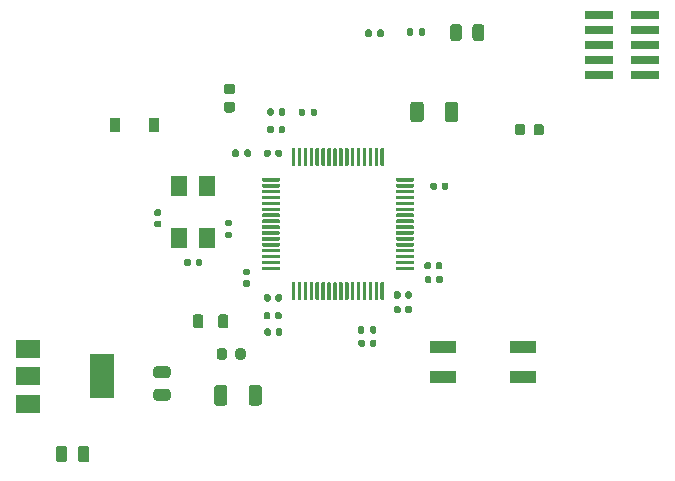
<source format=gbr>
%TF.GenerationSoftware,KiCad,Pcbnew,(5.1.8)-1*%
%TF.CreationDate,2020-11-24T12:22:43+05:30*%
%TF.ProjectId,stm32f405_breakout,73746d33-3266-4343-9035-5f627265616b,rev?*%
%TF.SameCoordinates,Original*%
%TF.FileFunction,Paste,Top*%
%TF.FilePolarity,Positive*%
%FSLAX46Y46*%
G04 Gerber Fmt 4.6, Leading zero omitted, Abs format (unit mm)*
G04 Created by KiCad (PCBNEW (5.1.8)-1) date 2020-11-24 12:22:43*
%MOMM*%
%LPD*%
G01*
G04 APERTURE LIST*
%ADD10R,0.900000X1.200000*%
%ADD11R,2.400000X0.740000*%
%ADD12R,1.400000X1.800000*%
%ADD13R,2.160000X1.120000*%
%ADD14R,2.000000X3.800000*%
%ADD15R,2.000000X1.500000*%
G04 APERTURE END LIST*
%TO.C,D2*%
G36*
G01*
X136641200Y-89353850D02*
X136641200Y-88841350D01*
G75*
G02*
X136859950Y-88622600I218750J0D01*
G01*
X137297450Y-88622600D01*
G75*
G02*
X137516200Y-88841350I0J-218750D01*
G01*
X137516200Y-89353850D01*
G75*
G02*
X137297450Y-89572600I-218750J0D01*
G01*
X136859950Y-89572600D01*
G75*
G02*
X136641200Y-89353850I0J218750D01*
G01*
G37*
G36*
G01*
X138216200Y-89353850D02*
X138216200Y-88841350D01*
G75*
G02*
X138434950Y-88622600I218750J0D01*
G01*
X138872450Y-88622600D01*
G75*
G02*
X139091200Y-88841350I0J-218750D01*
G01*
X139091200Y-89353850D01*
G75*
G02*
X138872450Y-89572600I-218750J0D01*
G01*
X138434950Y-89572600D01*
G75*
G02*
X138216200Y-89353850I0J218750D01*
G01*
G37*
%TD*%
%TO.C,U1*%
G36*
G01*
X117753700Y-92122600D02*
X117753700Y-90722600D01*
G75*
G02*
X117828700Y-90647600I75000J0D01*
G01*
X117978700Y-90647600D01*
G75*
G02*
X118053700Y-90722600I0J-75000D01*
G01*
X118053700Y-92122600D01*
G75*
G02*
X117978700Y-92197600I-75000J0D01*
G01*
X117828700Y-92197600D01*
G75*
G02*
X117753700Y-92122600I0J75000D01*
G01*
G37*
G36*
G01*
X118253700Y-92122600D02*
X118253700Y-90722600D01*
G75*
G02*
X118328700Y-90647600I75000J0D01*
G01*
X118478700Y-90647600D01*
G75*
G02*
X118553700Y-90722600I0J-75000D01*
G01*
X118553700Y-92122600D01*
G75*
G02*
X118478700Y-92197600I-75000J0D01*
G01*
X118328700Y-92197600D01*
G75*
G02*
X118253700Y-92122600I0J75000D01*
G01*
G37*
G36*
G01*
X118753700Y-92122600D02*
X118753700Y-90722600D01*
G75*
G02*
X118828700Y-90647600I75000J0D01*
G01*
X118978700Y-90647600D01*
G75*
G02*
X119053700Y-90722600I0J-75000D01*
G01*
X119053700Y-92122600D01*
G75*
G02*
X118978700Y-92197600I-75000J0D01*
G01*
X118828700Y-92197600D01*
G75*
G02*
X118753700Y-92122600I0J75000D01*
G01*
G37*
G36*
G01*
X119253700Y-92122600D02*
X119253700Y-90722600D01*
G75*
G02*
X119328700Y-90647600I75000J0D01*
G01*
X119478700Y-90647600D01*
G75*
G02*
X119553700Y-90722600I0J-75000D01*
G01*
X119553700Y-92122600D01*
G75*
G02*
X119478700Y-92197600I-75000J0D01*
G01*
X119328700Y-92197600D01*
G75*
G02*
X119253700Y-92122600I0J75000D01*
G01*
G37*
G36*
G01*
X119753700Y-92122600D02*
X119753700Y-90722600D01*
G75*
G02*
X119828700Y-90647600I75000J0D01*
G01*
X119978700Y-90647600D01*
G75*
G02*
X120053700Y-90722600I0J-75000D01*
G01*
X120053700Y-92122600D01*
G75*
G02*
X119978700Y-92197600I-75000J0D01*
G01*
X119828700Y-92197600D01*
G75*
G02*
X119753700Y-92122600I0J75000D01*
G01*
G37*
G36*
G01*
X120253700Y-92122600D02*
X120253700Y-90722600D01*
G75*
G02*
X120328700Y-90647600I75000J0D01*
G01*
X120478700Y-90647600D01*
G75*
G02*
X120553700Y-90722600I0J-75000D01*
G01*
X120553700Y-92122600D01*
G75*
G02*
X120478700Y-92197600I-75000J0D01*
G01*
X120328700Y-92197600D01*
G75*
G02*
X120253700Y-92122600I0J75000D01*
G01*
G37*
G36*
G01*
X120753700Y-92122600D02*
X120753700Y-90722600D01*
G75*
G02*
X120828700Y-90647600I75000J0D01*
G01*
X120978700Y-90647600D01*
G75*
G02*
X121053700Y-90722600I0J-75000D01*
G01*
X121053700Y-92122600D01*
G75*
G02*
X120978700Y-92197600I-75000J0D01*
G01*
X120828700Y-92197600D01*
G75*
G02*
X120753700Y-92122600I0J75000D01*
G01*
G37*
G36*
G01*
X121253700Y-92122600D02*
X121253700Y-90722600D01*
G75*
G02*
X121328700Y-90647600I75000J0D01*
G01*
X121478700Y-90647600D01*
G75*
G02*
X121553700Y-90722600I0J-75000D01*
G01*
X121553700Y-92122600D01*
G75*
G02*
X121478700Y-92197600I-75000J0D01*
G01*
X121328700Y-92197600D01*
G75*
G02*
X121253700Y-92122600I0J75000D01*
G01*
G37*
G36*
G01*
X121753700Y-92122600D02*
X121753700Y-90722600D01*
G75*
G02*
X121828700Y-90647600I75000J0D01*
G01*
X121978700Y-90647600D01*
G75*
G02*
X122053700Y-90722600I0J-75000D01*
G01*
X122053700Y-92122600D01*
G75*
G02*
X121978700Y-92197600I-75000J0D01*
G01*
X121828700Y-92197600D01*
G75*
G02*
X121753700Y-92122600I0J75000D01*
G01*
G37*
G36*
G01*
X122253700Y-92122600D02*
X122253700Y-90722600D01*
G75*
G02*
X122328700Y-90647600I75000J0D01*
G01*
X122478700Y-90647600D01*
G75*
G02*
X122553700Y-90722600I0J-75000D01*
G01*
X122553700Y-92122600D01*
G75*
G02*
X122478700Y-92197600I-75000J0D01*
G01*
X122328700Y-92197600D01*
G75*
G02*
X122253700Y-92122600I0J75000D01*
G01*
G37*
G36*
G01*
X122753700Y-92122600D02*
X122753700Y-90722600D01*
G75*
G02*
X122828700Y-90647600I75000J0D01*
G01*
X122978700Y-90647600D01*
G75*
G02*
X123053700Y-90722600I0J-75000D01*
G01*
X123053700Y-92122600D01*
G75*
G02*
X122978700Y-92197600I-75000J0D01*
G01*
X122828700Y-92197600D01*
G75*
G02*
X122753700Y-92122600I0J75000D01*
G01*
G37*
G36*
G01*
X123253700Y-92122600D02*
X123253700Y-90722600D01*
G75*
G02*
X123328700Y-90647600I75000J0D01*
G01*
X123478700Y-90647600D01*
G75*
G02*
X123553700Y-90722600I0J-75000D01*
G01*
X123553700Y-92122600D01*
G75*
G02*
X123478700Y-92197600I-75000J0D01*
G01*
X123328700Y-92197600D01*
G75*
G02*
X123253700Y-92122600I0J75000D01*
G01*
G37*
G36*
G01*
X123753700Y-92122600D02*
X123753700Y-90722600D01*
G75*
G02*
X123828700Y-90647600I75000J0D01*
G01*
X123978700Y-90647600D01*
G75*
G02*
X124053700Y-90722600I0J-75000D01*
G01*
X124053700Y-92122600D01*
G75*
G02*
X123978700Y-92197600I-75000J0D01*
G01*
X123828700Y-92197600D01*
G75*
G02*
X123753700Y-92122600I0J75000D01*
G01*
G37*
G36*
G01*
X124253700Y-92122600D02*
X124253700Y-90722600D01*
G75*
G02*
X124328700Y-90647600I75000J0D01*
G01*
X124478700Y-90647600D01*
G75*
G02*
X124553700Y-90722600I0J-75000D01*
G01*
X124553700Y-92122600D01*
G75*
G02*
X124478700Y-92197600I-75000J0D01*
G01*
X124328700Y-92197600D01*
G75*
G02*
X124253700Y-92122600I0J75000D01*
G01*
G37*
G36*
G01*
X124753700Y-92122600D02*
X124753700Y-90722600D01*
G75*
G02*
X124828700Y-90647600I75000J0D01*
G01*
X124978700Y-90647600D01*
G75*
G02*
X125053700Y-90722600I0J-75000D01*
G01*
X125053700Y-92122600D01*
G75*
G02*
X124978700Y-92197600I-75000J0D01*
G01*
X124828700Y-92197600D01*
G75*
G02*
X124753700Y-92122600I0J75000D01*
G01*
G37*
G36*
G01*
X125253700Y-92122600D02*
X125253700Y-90722600D01*
G75*
G02*
X125328700Y-90647600I75000J0D01*
G01*
X125478700Y-90647600D01*
G75*
G02*
X125553700Y-90722600I0J-75000D01*
G01*
X125553700Y-92122600D01*
G75*
G02*
X125478700Y-92197600I-75000J0D01*
G01*
X125328700Y-92197600D01*
G75*
G02*
X125253700Y-92122600I0J75000D01*
G01*
G37*
G36*
G01*
X126553700Y-93422600D02*
X126553700Y-93272600D01*
G75*
G02*
X126628700Y-93197600I75000J0D01*
G01*
X128028700Y-93197600D01*
G75*
G02*
X128103700Y-93272600I0J-75000D01*
G01*
X128103700Y-93422600D01*
G75*
G02*
X128028700Y-93497600I-75000J0D01*
G01*
X126628700Y-93497600D01*
G75*
G02*
X126553700Y-93422600I0J75000D01*
G01*
G37*
G36*
G01*
X126553700Y-93922600D02*
X126553700Y-93772600D01*
G75*
G02*
X126628700Y-93697600I75000J0D01*
G01*
X128028700Y-93697600D01*
G75*
G02*
X128103700Y-93772600I0J-75000D01*
G01*
X128103700Y-93922600D01*
G75*
G02*
X128028700Y-93997600I-75000J0D01*
G01*
X126628700Y-93997600D01*
G75*
G02*
X126553700Y-93922600I0J75000D01*
G01*
G37*
G36*
G01*
X126553700Y-94422600D02*
X126553700Y-94272600D01*
G75*
G02*
X126628700Y-94197600I75000J0D01*
G01*
X128028700Y-94197600D01*
G75*
G02*
X128103700Y-94272600I0J-75000D01*
G01*
X128103700Y-94422600D01*
G75*
G02*
X128028700Y-94497600I-75000J0D01*
G01*
X126628700Y-94497600D01*
G75*
G02*
X126553700Y-94422600I0J75000D01*
G01*
G37*
G36*
G01*
X126553700Y-94922600D02*
X126553700Y-94772600D01*
G75*
G02*
X126628700Y-94697600I75000J0D01*
G01*
X128028700Y-94697600D01*
G75*
G02*
X128103700Y-94772600I0J-75000D01*
G01*
X128103700Y-94922600D01*
G75*
G02*
X128028700Y-94997600I-75000J0D01*
G01*
X126628700Y-94997600D01*
G75*
G02*
X126553700Y-94922600I0J75000D01*
G01*
G37*
G36*
G01*
X126553700Y-95422600D02*
X126553700Y-95272600D01*
G75*
G02*
X126628700Y-95197600I75000J0D01*
G01*
X128028700Y-95197600D01*
G75*
G02*
X128103700Y-95272600I0J-75000D01*
G01*
X128103700Y-95422600D01*
G75*
G02*
X128028700Y-95497600I-75000J0D01*
G01*
X126628700Y-95497600D01*
G75*
G02*
X126553700Y-95422600I0J75000D01*
G01*
G37*
G36*
G01*
X126553700Y-95922600D02*
X126553700Y-95772600D01*
G75*
G02*
X126628700Y-95697600I75000J0D01*
G01*
X128028700Y-95697600D01*
G75*
G02*
X128103700Y-95772600I0J-75000D01*
G01*
X128103700Y-95922600D01*
G75*
G02*
X128028700Y-95997600I-75000J0D01*
G01*
X126628700Y-95997600D01*
G75*
G02*
X126553700Y-95922600I0J75000D01*
G01*
G37*
G36*
G01*
X126553700Y-96422600D02*
X126553700Y-96272600D01*
G75*
G02*
X126628700Y-96197600I75000J0D01*
G01*
X128028700Y-96197600D01*
G75*
G02*
X128103700Y-96272600I0J-75000D01*
G01*
X128103700Y-96422600D01*
G75*
G02*
X128028700Y-96497600I-75000J0D01*
G01*
X126628700Y-96497600D01*
G75*
G02*
X126553700Y-96422600I0J75000D01*
G01*
G37*
G36*
G01*
X126553700Y-96922600D02*
X126553700Y-96772600D01*
G75*
G02*
X126628700Y-96697600I75000J0D01*
G01*
X128028700Y-96697600D01*
G75*
G02*
X128103700Y-96772600I0J-75000D01*
G01*
X128103700Y-96922600D01*
G75*
G02*
X128028700Y-96997600I-75000J0D01*
G01*
X126628700Y-96997600D01*
G75*
G02*
X126553700Y-96922600I0J75000D01*
G01*
G37*
G36*
G01*
X126553700Y-97422600D02*
X126553700Y-97272600D01*
G75*
G02*
X126628700Y-97197600I75000J0D01*
G01*
X128028700Y-97197600D01*
G75*
G02*
X128103700Y-97272600I0J-75000D01*
G01*
X128103700Y-97422600D01*
G75*
G02*
X128028700Y-97497600I-75000J0D01*
G01*
X126628700Y-97497600D01*
G75*
G02*
X126553700Y-97422600I0J75000D01*
G01*
G37*
G36*
G01*
X126553700Y-97922600D02*
X126553700Y-97772600D01*
G75*
G02*
X126628700Y-97697600I75000J0D01*
G01*
X128028700Y-97697600D01*
G75*
G02*
X128103700Y-97772600I0J-75000D01*
G01*
X128103700Y-97922600D01*
G75*
G02*
X128028700Y-97997600I-75000J0D01*
G01*
X126628700Y-97997600D01*
G75*
G02*
X126553700Y-97922600I0J75000D01*
G01*
G37*
G36*
G01*
X126553700Y-98422600D02*
X126553700Y-98272600D01*
G75*
G02*
X126628700Y-98197600I75000J0D01*
G01*
X128028700Y-98197600D01*
G75*
G02*
X128103700Y-98272600I0J-75000D01*
G01*
X128103700Y-98422600D01*
G75*
G02*
X128028700Y-98497600I-75000J0D01*
G01*
X126628700Y-98497600D01*
G75*
G02*
X126553700Y-98422600I0J75000D01*
G01*
G37*
G36*
G01*
X126553700Y-98922600D02*
X126553700Y-98772600D01*
G75*
G02*
X126628700Y-98697600I75000J0D01*
G01*
X128028700Y-98697600D01*
G75*
G02*
X128103700Y-98772600I0J-75000D01*
G01*
X128103700Y-98922600D01*
G75*
G02*
X128028700Y-98997600I-75000J0D01*
G01*
X126628700Y-98997600D01*
G75*
G02*
X126553700Y-98922600I0J75000D01*
G01*
G37*
G36*
G01*
X126553700Y-99422600D02*
X126553700Y-99272600D01*
G75*
G02*
X126628700Y-99197600I75000J0D01*
G01*
X128028700Y-99197600D01*
G75*
G02*
X128103700Y-99272600I0J-75000D01*
G01*
X128103700Y-99422600D01*
G75*
G02*
X128028700Y-99497600I-75000J0D01*
G01*
X126628700Y-99497600D01*
G75*
G02*
X126553700Y-99422600I0J75000D01*
G01*
G37*
G36*
G01*
X126553700Y-99922600D02*
X126553700Y-99772600D01*
G75*
G02*
X126628700Y-99697600I75000J0D01*
G01*
X128028700Y-99697600D01*
G75*
G02*
X128103700Y-99772600I0J-75000D01*
G01*
X128103700Y-99922600D01*
G75*
G02*
X128028700Y-99997600I-75000J0D01*
G01*
X126628700Y-99997600D01*
G75*
G02*
X126553700Y-99922600I0J75000D01*
G01*
G37*
G36*
G01*
X126553700Y-100422600D02*
X126553700Y-100272600D01*
G75*
G02*
X126628700Y-100197600I75000J0D01*
G01*
X128028700Y-100197600D01*
G75*
G02*
X128103700Y-100272600I0J-75000D01*
G01*
X128103700Y-100422600D01*
G75*
G02*
X128028700Y-100497600I-75000J0D01*
G01*
X126628700Y-100497600D01*
G75*
G02*
X126553700Y-100422600I0J75000D01*
G01*
G37*
G36*
G01*
X126553700Y-100922600D02*
X126553700Y-100772600D01*
G75*
G02*
X126628700Y-100697600I75000J0D01*
G01*
X128028700Y-100697600D01*
G75*
G02*
X128103700Y-100772600I0J-75000D01*
G01*
X128103700Y-100922600D01*
G75*
G02*
X128028700Y-100997600I-75000J0D01*
G01*
X126628700Y-100997600D01*
G75*
G02*
X126553700Y-100922600I0J75000D01*
G01*
G37*
G36*
G01*
X125253700Y-103472600D02*
X125253700Y-102072600D01*
G75*
G02*
X125328700Y-101997600I75000J0D01*
G01*
X125478700Y-101997600D01*
G75*
G02*
X125553700Y-102072600I0J-75000D01*
G01*
X125553700Y-103472600D01*
G75*
G02*
X125478700Y-103547600I-75000J0D01*
G01*
X125328700Y-103547600D01*
G75*
G02*
X125253700Y-103472600I0J75000D01*
G01*
G37*
G36*
G01*
X124753700Y-103472600D02*
X124753700Y-102072600D01*
G75*
G02*
X124828700Y-101997600I75000J0D01*
G01*
X124978700Y-101997600D01*
G75*
G02*
X125053700Y-102072600I0J-75000D01*
G01*
X125053700Y-103472600D01*
G75*
G02*
X124978700Y-103547600I-75000J0D01*
G01*
X124828700Y-103547600D01*
G75*
G02*
X124753700Y-103472600I0J75000D01*
G01*
G37*
G36*
G01*
X124253700Y-103472600D02*
X124253700Y-102072600D01*
G75*
G02*
X124328700Y-101997600I75000J0D01*
G01*
X124478700Y-101997600D01*
G75*
G02*
X124553700Y-102072600I0J-75000D01*
G01*
X124553700Y-103472600D01*
G75*
G02*
X124478700Y-103547600I-75000J0D01*
G01*
X124328700Y-103547600D01*
G75*
G02*
X124253700Y-103472600I0J75000D01*
G01*
G37*
G36*
G01*
X123753700Y-103472600D02*
X123753700Y-102072600D01*
G75*
G02*
X123828700Y-101997600I75000J0D01*
G01*
X123978700Y-101997600D01*
G75*
G02*
X124053700Y-102072600I0J-75000D01*
G01*
X124053700Y-103472600D01*
G75*
G02*
X123978700Y-103547600I-75000J0D01*
G01*
X123828700Y-103547600D01*
G75*
G02*
X123753700Y-103472600I0J75000D01*
G01*
G37*
G36*
G01*
X123253700Y-103472600D02*
X123253700Y-102072600D01*
G75*
G02*
X123328700Y-101997600I75000J0D01*
G01*
X123478700Y-101997600D01*
G75*
G02*
X123553700Y-102072600I0J-75000D01*
G01*
X123553700Y-103472600D01*
G75*
G02*
X123478700Y-103547600I-75000J0D01*
G01*
X123328700Y-103547600D01*
G75*
G02*
X123253700Y-103472600I0J75000D01*
G01*
G37*
G36*
G01*
X122753700Y-103472600D02*
X122753700Y-102072600D01*
G75*
G02*
X122828700Y-101997600I75000J0D01*
G01*
X122978700Y-101997600D01*
G75*
G02*
X123053700Y-102072600I0J-75000D01*
G01*
X123053700Y-103472600D01*
G75*
G02*
X122978700Y-103547600I-75000J0D01*
G01*
X122828700Y-103547600D01*
G75*
G02*
X122753700Y-103472600I0J75000D01*
G01*
G37*
G36*
G01*
X122253700Y-103472600D02*
X122253700Y-102072600D01*
G75*
G02*
X122328700Y-101997600I75000J0D01*
G01*
X122478700Y-101997600D01*
G75*
G02*
X122553700Y-102072600I0J-75000D01*
G01*
X122553700Y-103472600D01*
G75*
G02*
X122478700Y-103547600I-75000J0D01*
G01*
X122328700Y-103547600D01*
G75*
G02*
X122253700Y-103472600I0J75000D01*
G01*
G37*
G36*
G01*
X121753700Y-103472600D02*
X121753700Y-102072600D01*
G75*
G02*
X121828700Y-101997600I75000J0D01*
G01*
X121978700Y-101997600D01*
G75*
G02*
X122053700Y-102072600I0J-75000D01*
G01*
X122053700Y-103472600D01*
G75*
G02*
X121978700Y-103547600I-75000J0D01*
G01*
X121828700Y-103547600D01*
G75*
G02*
X121753700Y-103472600I0J75000D01*
G01*
G37*
G36*
G01*
X121253700Y-103472600D02*
X121253700Y-102072600D01*
G75*
G02*
X121328700Y-101997600I75000J0D01*
G01*
X121478700Y-101997600D01*
G75*
G02*
X121553700Y-102072600I0J-75000D01*
G01*
X121553700Y-103472600D01*
G75*
G02*
X121478700Y-103547600I-75000J0D01*
G01*
X121328700Y-103547600D01*
G75*
G02*
X121253700Y-103472600I0J75000D01*
G01*
G37*
G36*
G01*
X120753700Y-103472600D02*
X120753700Y-102072600D01*
G75*
G02*
X120828700Y-101997600I75000J0D01*
G01*
X120978700Y-101997600D01*
G75*
G02*
X121053700Y-102072600I0J-75000D01*
G01*
X121053700Y-103472600D01*
G75*
G02*
X120978700Y-103547600I-75000J0D01*
G01*
X120828700Y-103547600D01*
G75*
G02*
X120753700Y-103472600I0J75000D01*
G01*
G37*
G36*
G01*
X120253700Y-103472600D02*
X120253700Y-102072600D01*
G75*
G02*
X120328700Y-101997600I75000J0D01*
G01*
X120478700Y-101997600D01*
G75*
G02*
X120553700Y-102072600I0J-75000D01*
G01*
X120553700Y-103472600D01*
G75*
G02*
X120478700Y-103547600I-75000J0D01*
G01*
X120328700Y-103547600D01*
G75*
G02*
X120253700Y-103472600I0J75000D01*
G01*
G37*
G36*
G01*
X119753700Y-103472600D02*
X119753700Y-102072600D01*
G75*
G02*
X119828700Y-101997600I75000J0D01*
G01*
X119978700Y-101997600D01*
G75*
G02*
X120053700Y-102072600I0J-75000D01*
G01*
X120053700Y-103472600D01*
G75*
G02*
X119978700Y-103547600I-75000J0D01*
G01*
X119828700Y-103547600D01*
G75*
G02*
X119753700Y-103472600I0J75000D01*
G01*
G37*
G36*
G01*
X119253700Y-103472600D02*
X119253700Y-102072600D01*
G75*
G02*
X119328700Y-101997600I75000J0D01*
G01*
X119478700Y-101997600D01*
G75*
G02*
X119553700Y-102072600I0J-75000D01*
G01*
X119553700Y-103472600D01*
G75*
G02*
X119478700Y-103547600I-75000J0D01*
G01*
X119328700Y-103547600D01*
G75*
G02*
X119253700Y-103472600I0J75000D01*
G01*
G37*
G36*
G01*
X118753700Y-103472600D02*
X118753700Y-102072600D01*
G75*
G02*
X118828700Y-101997600I75000J0D01*
G01*
X118978700Y-101997600D01*
G75*
G02*
X119053700Y-102072600I0J-75000D01*
G01*
X119053700Y-103472600D01*
G75*
G02*
X118978700Y-103547600I-75000J0D01*
G01*
X118828700Y-103547600D01*
G75*
G02*
X118753700Y-103472600I0J75000D01*
G01*
G37*
G36*
G01*
X118253700Y-103472600D02*
X118253700Y-102072600D01*
G75*
G02*
X118328700Y-101997600I75000J0D01*
G01*
X118478700Y-101997600D01*
G75*
G02*
X118553700Y-102072600I0J-75000D01*
G01*
X118553700Y-103472600D01*
G75*
G02*
X118478700Y-103547600I-75000J0D01*
G01*
X118328700Y-103547600D01*
G75*
G02*
X118253700Y-103472600I0J75000D01*
G01*
G37*
G36*
G01*
X117753700Y-103472600D02*
X117753700Y-102072600D01*
G75*
G02*
X117828700Y-101997600I75000J0D01*
G01*
X117978700Y-101997600D01*
G75*
G02*
X118053700Y-102072600I0J-75000D01*
G01*
X118053700Y-103472600D01*
G75*
G02*
X117978700Y-103547600I-75000J0D01*
G01*
X117828700Y-103547600D01*
G75*
G02*
X117753700Y-103472600I0J75000D01*
G01*
G37*
G36*
G01*
X115203700Y-100922600D02*
X115203700Y-100772600D01*
G75*
G02*
X115278700Y-100697600I75000J0D01*
G01*
X116678700Y-100697600D01*
G75*
G02*
X116753700Y-100772600I0J-75000D01*
G01*
X116753700Y-100922600D01*
G75*
G02*
X116678700Y-100997600I-75000J0D01*
G01*
X115278700Y-100997600D01*
G75*
G02*
X115203700Y-100922600I0J75000D01*
G01*
G37*
G36*
G01*
X115203700Y-100422600D02*
X115203700Y-100272600D01*
G75*
G02*
X115278700Y-100197600I75000J0D01*
G01*
X116678700Y-100197600D01*
G75*
G02*
X116753700Y-100272600I0J-75000D01*
G01*
X116753700Y-100422600D01*
G75*
G02*
X116678700Y-100497600I-75000J0D01*
G01*
X115278700Y-100497600D01*
G75*
G02*
X115203700Y-100422600I0J75000D01*
G01*
G37*
G36*
G01*
X115203700Y-99922600D02*
X115203700Y-99772600D01*
G75*
G02*
X115278700Y-99697600I75000J0D01*
G01*
X116678700Y-99697600D01*
G75*
G02*
X116753700Y-99772600I0J-75000D01*
G01*
X116753700Y-99922600D01*
G75*
G02*
X116678700Y-99997600I-75000J0D01*
G01*
X115278700Y-99997600D01*
G75*
G02*
X115203700Y-99922600I0J75000D01*
G01*
G37*
G36*
G01*
X115203700Y-99422600D02*
X115203700Y-99272600D01*
G75*
G02*
X115278700Y-99197600I75000J0D01*
G01*
X116678700Y-99197600D01*
G75*
G02*
X116753700Y-99272600I0J-75000D01*
G01*
X116753700Y-99422600D01*
G75*
G02*
X116678700Y-99497600I-75000J0D01*
G01*
X115278700Y-99497600D01*
G75*
G02*
X115203700Y-99422600I0J75000D01*
G01*
G37*
G36*
G01*
X115203700Y-98922600D02*
X115203700Y-98772600D01*
G75*
G02*
X115278700Y-98697600I75000J0D01*
G01*
X116678700Y-98697600D01*
G75*
G02*
X116753700Y-98772600I0J-75000D01*
G01*
X116753700Y-98922600D01*
G75*
G02*
X116678700Y-98997600I-75000J0D01*
G01*
X115278700Y-98997600D01*
G75*
G02*
X115203700Y-98922600I0J75000D01*
G01*
G37*
G36*
G01*
X115203700Y-98422600D02*
X115203700Y-98272600D01*
G75*
G02*
X115278700Y-98197600I75000J0D01*
G01*
X116678700Y-98197600D01*
G75*
G02*
X116753700Y-98272600I0J-75000D01*
G01*
X116753700Y-98422600D01*
G75*
G02*
X116678700Y-98497600I-75000J0D01*
G01*
X115278700Y-98497600D01*
G75*
G02*
X115203700Y-98422600I0J75000D01*
G01*
G37*
G36*
G01*
X115203700Y-97922600D02*
X115203700Y-97772600D01*
G75*
G02*
X115278700Y-97697600I75000J0D01*
G01*
X116678700Y-97697600D01*
G75*
G02*
X116753700Y-97772600I0J-75000D01*
G01*
X116753700Y-97922600D01*
G75*
G02*
X116678700Y-97997600I-75000J0D01*
G01*
X115278700Y-97997600D01*
G75*
G02*
X115203700Y-97922600I0J75000D01*
G01*
G37*
G36*
G01*
X115203700Y-97422600D02*
X115203700Y-97272600D01*
G75*
G02*
X115278700Y-97197600I75000J0D01*
G01*
X116678700Y-97197600D01*
G75*
G02*
X116753700Y-97272600I0J-75000D01*
G01*
X116753700Y-97422600D01*
G75*
G02*
X116678700Y-97497600I-75000J0D01*
G01*
X115278700Y-97497600D01*
G75*
G02*
X115203700Y-97422600I0J75000D01*
G01*
G37*
G36*
G01*
X115203700Y-96922600D02*
X115203700Y-96772600D01*
G75*
G02*
X115278700Y-96697600I75000J0D01*
G01*
X116678700Y-96697600D01*
G75*
G02*
X116753700Y-96772600I0J-75000D01*
G01*
X116753700Y-96922600D01*
G75*
G02*
X116678700Y-96997600I-75000J0D01*
G01*
X115278700Y-96997600D01*
G75*
G02*
X115203700Y-96922600I0J75000D01*
G01*
G37*
G36*
G01*
X115203700Y-96422600D02*
X115203700Y-96272600D01*
G75*
G02*
X115278700Y-96197600I75000J0D01*
G01*
X116678700Y-96197600D01*
G75*
G02*
X116753700Y-96272600I0J-75000D01*
G01*
X116753700Y-96422600D01*
G75*
G02*
X116678700Y-96497600I-75000J0D01*
G01*
X115278700Y-96497600D01*
G75*
G02*
X115203700Y-96422600I0J75000D01*
G01*
G37*
G36*
G01*
X115203700Y-95922600D02*
X115203700Y-95772600D01*
G75*
G02*
X115278700Y-95697600I75000J0D01*
G01*
X116678700Y-95697600D01*
G75*
G02*
X116753700Y-95772600I0J-75000D01*
G01*
X116753700Y-95922600D01*
G75*
G02*
X116678700Y-95997600I-75000J0D01*
G01*
X115278700Y-95997600D01*
G75*
G02*
X115203700Y-95922600I0J75000D01*
G01*
G37*
G36*
G01*
X115203700Y-95422600D02*
X115203700Y-95272600D01*
G75*
G02*
X115278700Y-95197600I75000J0D01*
G01*
X116678700Y-95197600D01*
G75*
G02*
X116753700Y-95272600I0J-75000D01*
G01*
X116753700Y-95422600D01*
G75*
G02*
X116678700Y-95497600I-75000J0D01*
G01*
X115278700Y-95497600D01*
G75*
G02*
X115203700Y-95422600I0J75000D01*
G01*
G37*
G36*
G01*
X115203700Y-94922600D02*
X115203700Y-94772600D01*
G75*
G02*
X115278700Y-94697600I75000J0D01*
G01*
X116678700Y-94697600D01*
G75*
G02*
X116753700Y-94772600I0J-75000D01*
G01*
X116753700Y-94922600D01*
G75*
G02*
X116678700Y-94997600I-75000J0D01*
G01*
X115278700Y-94997600D01*
G75*
G02*
X115203700Y-94922600I0J75000D01*
G01*
G37*
G36*
G01*
X115203700Y-94422600D02*
X115203700Y-94272600D01*
G75*
G02*
X115278700Y-94197600I75000J0D01*
G01*
X116678700Y-94197600D01*
G75*
G02*
X116753700Y-94272600I0J-75000D01*
G01*
X116753700Y-94422600D01*
G75*
G02*
X116678700Y-94497600I-75000J0D01*
G01*
X115278700Y-94497600D01*
G75*
G02*
X115203700Y-94422600I0J75000D01*
G01*
G37*
G36*
G01*
X115203700Y-93922600D02*
X115203700Y-93772600D01*
G75*
G02*
X115278700Y-93697600I75000J0D01*
G01*
X116678700Y-93697600D01*
G75*
G02*
X116753700Y-93772600I0J-75000D01*
G01*
X116753700Y-93922600D01*
G75*
G02*
X116678700Y-93997600I-75000J0D01*
G01*
X115278700Y-93997600D01*
G75*
G02*
X115203700Y-93922600I0J75000D01*
G01*
G37*
G36*
G01*
X115203700Y-93422600D02*
X115203700Y-93272600D01*
G75*
G02*
X115278700Y-93197600I75000J0D01*
G01*
X116678700Y-93197600D01*
G75*
G02*
X116753700Y-93272600I0J-75000D01*
G01*
X116753700Y-93422600D01*
G75*
G02*
X116678700Y-93497600I-75000J0D01*
G01*
X115278700Y-93497600D01*
G75*
G02*
X115203700Y-93422600I0J75000D01*
G01*
G37*
%TD*%
%TO.C,C14*%
G36*
G01*
X109203700Y-100177600D02*
X109203700Y-100517600D01*
G75*
G02*
X109063700Y-100657600I-140000J0D01*
G01*
X108783700Y-100657600D01*
G75*
G02*
X108643700Y-100517600I0J140000D01*
G01*
X108643700Y-100177600D01*
G75*
G02*
X108783700Y-100037600I140000J0D01*
G01*
X109063700Y-100037600D01*
G75*
G02*
X109203700Y-100177600I0J-140000D01*
G01*
G37*
G36*
G01*
X110163700Y-100177600D02*
X110163700Y-100517600D01*
G75*
G02*
X110023700Y-100657600I-140000J0D01*
G01*
X109743700Y-100657600D01*
G75*
G02*
X109603700Y-100517600I0J140000D01*
G01*
X109603700Y-100177600D01*
G75*
G02*
X109743700Y-100037600I140000J0D01*
G01*
X110023700Y-100037600D01*
G75*
G02*
X110163700Y-100177600I0J-140000D01*
G01*
G37*
%TD*%
%TO.C,C1*%
G36*
G01*
X112221200Y-85198500D02*
X112721200Y-85198500D01*
G75*
G02*
X112946200Y-85423500I0J-225000D01*
G01*
X112946200Y-85873500D01*
G75*
G02*
X112721200Y-86098500I-225000J0D01*
G01*
X112221200Y-86098500D01*
G75*
G02*
X111996200Y-85873500I0J225000D01*
G01*
X111996200Y-85423500D01*
G75*
G02*
X112221200Y-85198500I225000J0D01*
G01*
G37*
G36*
G01*
X112221200Y-86748500D02*
X112721200Y-86748500D01*
G75*
G02*
X112946200Y-86973500I0J-225000D01*
G01*
X112946200Y-87423500D01*
G75*
G02*
X112721200Y-87648500I-225000J0D01*
G01*
X112221200Y-87648500D01*
G75*
G02*
X111996200Y-87423500I0J225000D01*
G01*
X111996200Y-86973500D01*
G75*
G02*
X112221200Y-86748500I225000J0D01*
G01*
G37*
%TD*%
%TO.C,C2*%
G36*
G01*
X116913700Y-90927600D02*
X116913700Y-91267600D01*
G75*
G02*
X116773700Y-91407600I-140000J0D01*
G01*
X116493700Y-91407600D01*
G75*
G02*
X116353700Y-91267600I0J140000D01*
G01*
X116353700Y-90927600D01*
G75*
G02*
X116493700Y-90787600I140000J0D01*
G01*
X116773700Y-90787600D01*
G75*
G02*
X116913700Y-90927600I0J-140000D01*
G01*
G37*
G36*
G01*
X115953700Y-90927600D02*
X115953700Y-91267600D01*
G75*
G02*
X115813700Y-91407600I-140000J0D01*
G01*
X115533700Y-91407600D01*
G75*
G02*
X115393700Y-91267600I0J140000D01*
G01*
X115393700Y-90927600D01*
G75*
G02*
X115533700Y-90787600I140000J0D01*
G01*
X115813700Y-90787600D01*
G75*
G02*
X115953700Y-90927600I0J-140000D01*
G01*
G37*
%TD*%
%TO.C,C3*%
G36*
G01*
X124910180Y-107015460D02*
X124910180Y-107355460D01*
G75*
G02*
X124770180Y-107495460I-140000J0D01*
G01*
X124490180Y-107495460D01*
G75*
G02*
X124350180Y-107355460I0J140000D01*
G01*
X124350180Y-107015460D01*
G75*
G02*
X124490180Y-106875460I140000J0D01*
G01*
X124770180Y-106875460D01*
G75*
G02*
X124910180Y-107015460I0J-140000D01*
G01*
G37*
G36*
G01*
X123950180Y-107015460D02*
X123950180Y-107355460D01*
G75*
G02*
X123810180Y-107495460I-140000J0D01*
G01*
X123530180Y-107495460D01*
G75*
G02*
X123390180Y-107355460I0J140000D01*
G01*
X123390180Y-107015460D01*
G75*
G02*
X123530180Y-106875460I140000J0D01*
G01*
X123810180Y-106875460D01*
G75*
G02*
X123950180Y-107015460I0J-140000D01*
G01*
G37*
%TD*%
%TO.C,C4*%
G36*
G01*
X115936420Y-104688820D02*
X115936420Y-105028820D01*
G75*
G02*
X115796420Y-105168820I-140000J0D01*
G01*
X115516420Y-105168820D01*
G75*
G02*
X115376420Y-105028820I0J140000D01*
G01*
X115376420Y-104688820D01*
G75*
G02*
X115516420Y-104548820I140000J0D01*
G01*
X115796420Y-104548820D01*
G75*
G02*
X115936420Y-104688820I0J-140000D01*
G01*
G37*
G36*
G01*
X116896420Y-104688820D02*
X116896420Y-105028820D01*
G75*
G02*
X116756420Y-105168820I-140000J0D01*
G01*
X116476420Y-105168820D01*
G75*
G02*
X116336420Y-105028820I0J140000D01*
G01*
X116336420Y-104688820D01*
G75*
G02*
X116476420Y-104548820I140000J0D01*
G01*
X116756420Y-104548820D01*
G75*
G02*
X116896420Y-104688820I0J-140000D01*
G01*
G37*
%TD*%
%TO.C,C5*%
G36*
G01*
X130441100Y-94061100D02*
X130441100Y-93721100D01*
G75*
G02*
X130581100Y-93581100I140000J0D01*
G01*
X130861100Y-93581100D01*
G75*
G02*
X131001100Y-93721100I0J-140000D01*
G01*
X131001100Y-94061100D01*
G75*
G02*
X130861100Y-94201100I-140000J0D01*
G01*
X130581100Y-94201100D01*
G75*
G02*
X130441100Y-94061100I0J140000D01*
G01*
G37*
G36*
G01*
X129481100Y-94061100D02*
X129481100Y-93721100D01*
G75*
G02*
X129621100Y-93581100I140000J0D01*
G01*
X129901100Y-93581100D01*
G75*
G02*
X130041100Y-93721100I0J-140000D01*
G01*
X130041100Y-94061100D01*
G75*
G02*
X129901100Y-94201100I-140000J0D01*
G01*
X129621100Y-94201100D01*
G75*
G02*
X129481100Y-94061100I0J140000D01*
G01*
G37*
%TD*%
%TO.C,C6*%
G36*
G01*
X116944740Y-106070580D02*
X116944740Y-106410580D01*
G75*
G02*
X116804740Y-106550580I-140000J0D01*
G01*
X116524740Y-106550580D01*
G75*
G02*
X116384740Y-106410580I0J140000D01*
G01*
X116384740Y-106070580D01*
G75*
G02*
X116524740Y-105930580I140000J0D01*
G01*
X116804740Y-105930580D01*
G75*
G02*
X116944740Y-106070580I0J-140000D01*
G01*
G37*
G36*
G01*
X115984740Y-106070580D02*
X115984740Y-106410580D01*
G75*
G02*
X115844740Y-106550580I-140000J0D01*
G01*
X115564740Y-106550580D01*
G75*
G02*
X115424740Y-106410580I0J140000D01*
G01*
X115424740Y-106070580D01*
G75*
G02*
X115564740Y-105930580I140000J0D01*
G01*
X115844740Y-105930580D01*
G75*
G02*
X115984740Y-106070580I0J-140000D01*
G01*
G37*
%TD*%
%TO.C,C7*%
G36*
G01*
X126393700Y-103267600D02*
X126393700Y-102927600D01*
G75*
G02*
X126533700Y-102787600I140000J0D01*
G01*
X126813700Y-102787600D01*
G75*
G02*
X126953700Y-102927600I0J-140000D01*
G01*
X126953700Y-103267600D01*
G75*
G02*
X126813700Y-103407600I-140000J0D01*
G01*
X126533700Y-103407600D01*
G75*
G02*
X126393700Y-103267600I0J140000D01*
G01*
G37*
G36*
G01*
X127353700Y-103267600D02*
X127353700Y-102927600D01*
G75*
G02*
X127493700Y-102787600I140000J0D01*
G01*
X127773700Y-102787600D01*
G75*
G02*
X127913700Y-102927600I0J-140000D01*
G01*
X127913700Y-103267600D01*
G75*
G02*
X127773700Y-103407600I-140000J0D01*
G01*
X127493700Y-103407600D01*
G75*
G02*
X127353700Y-103267600I0J140000D01*
G01*
G37*
%TD*%
%TO.C,C8*%
G36*
G01*
X127353700Y-104517600D02*
X127353700Y-104177600D01*
G75*
G02*
X127493700Y-104037600I140000J0D01*
G01*
X127773700Y-104037600D01*
G75*
G02*
X127913700Y-104177600I0J-140000D01*
G01*
X127913700Y-104517600D01*
G75*
G02*
X127773700Y-104657600I-140000J0D01*
G01*
X127493700Y-104657600D01*
G75*
G02*
X127353700Y-104517600I0J140000D01*
G01*
G37*
G36*
G01*
X126393700Y-104517600D02*
X126393700Y-104177600D01*
G75*
G02*
X126533700Y-104037600I140000J0D01*
G01*
X126813700Y-104037600D01*
G75*
G02*
X126953700Y-104177600I0J-140000D01*
G01*
X126953700Y-104517600D01*
G75*
G02*
X126813700Y-104657600I-140000J0D01*
G01*
X126533700Y-104657600D01*
G75*
G02*
X126393700Y-104517600I0J140000D01*
G01*
G37*
%TD*%
%TO.C,C9*%
G36*
G01*
X129930500Y-100792100D02*
X129930500Y-100452100D01*
G75*
G02*
X130070500Y-100312100I140000J0D01*
G01*
X130350500Y-100312100D01*
G75*
G02*
X130490500Y-100452100I0J-140000D01*
G01*
X130490500Y-100792100D01*
G75*
G02*
X130350500Y-100932100I-140000J0D01*
G01*
X130070500Y-100932100D01*
G75*
G02*
X129930500Y-100792100I0J140000D01*
G01*
G37*
G36*
G01*
X128970500Y-100792100D02*
X128970500Y-100452100D01*
G75*
G02*
X129110500Y-100312100I140000J0D01*
G01*
X129390500Y-100312100D01*
G75*
G02*
X129530500Y-100452100I0J-140000D01*
G01*
X129530500Y-100792100D01*
G75*
G02*
X129390500Y-100932100I-140000J0D01*
G01*
X129110500Y-100932100D01*
G75*
G02*
X128970500Y-100792100I0J140000D01*
G01*
G37*
%TD*%
%TO.C,C10*%
G36*
G01*
X129008600Y-101973200D02*
X129008600Y-101633200D01*
G75*
G02*
X129148600Y-101493200I140000J0D01*
G01*
X129428600Y-101493200D01*
G75*
G02*
X129568600Y-101633200I0J-140000D01*
G01*
X129568600Y-101973200D01*
G75*
G02*
X129428600Y-102113200I-140000J0D01*
G01*
X129148600Y-102113200D01*
G75*
G02*
X129008600Y-101973200I0J140000D01*
G01*
G37*
G36*
G01*
X129968600Y-101973200D02*
X129968600Y-101633200D01*
G75*
G02*
X130108600Y-101493200I140000J0D01*
G01*
X130388600Y-101493200D01*
G75*
G02*
X130528600Y-101633200I0J-140000D01*
G01*
X130528600Y-101973200D01*
G75*
G02*
X130388600Y-102113200I-140000J0D01*
G01*
X130108600Y-102113200D01*
G75*
G02*
X129968600Y-101973200I0J140000D01*
G01*
G37*
%TD*%
%TO.C,C11*%
G36*
G01*
X116633600Y-89268120D02*
X116633600Y-88928120D01*
G75*
G02*
X116773600Y-88788120I140000J0D01*
G01*
X117053600Y-88788120D01*
G75*
G02*
X117193600Y-88928120I0J-140000D01*
G01*
X117193600Y-89268120D01*
G75*
G02*
X117053600Y-89408120I-140000J0D01*
G01*
X116773600Y-89408120D01*
G75*
G02*
X116633600Y-89268120I0J140000D01*
G01*
G37*
G36*
G01*
X115673600Y-89268120D02*
X115673600Y-88928120D01*
G75*
G02*
X115813600Y-88788120I140000J0D01*
G01*
X116093600Y-88788120D01*
G75*
G02*
X116233600Y-88928120I0J-140000D01*
G01*
X116233600Y-89268120D01*
G75*
G02*
X116093600Y-89408120I-140000J0D01*
G01*
X115813600Y-89408120D01*
G75*
G02*
X115673600Y-89268120I0J140000D01*
G01*
G37*
%TD*%
%TO.C,C12*%
G36*
G01*
X115665920Y-87766980D02*
X115665920Y-87426980D01*
G75*
G02*
X115805920Y-87286980I140000J0D01*
G01*
X116085920Y-87286980D01*
G75*
G02*
X116225920Y-87426980I0J-140000D01*
G01*
X116225920Y-87766980D01*
G75*
G02*
X116085920Y-87906980I-140000J0D01*
G01*
X115805920Y-87906980D01*
G75*
G02*
X115665920Y-87766980I0J140000D01*
G01*
G37*
G36*
G01*
X116625920Y-87766980D02*
X116625920Y-87426980D01*
G75*
G02*
X116765920Y-87286980I140000J0D01*
G01*
X117045920Y-87286980D01*
G75*
G02*
X117185920Y-87426980I0J-140000D01*
G01*
X117185920Y-87766980D01*
G75*
G02*
X117045920Y-87906980I-140000J0D01*
G01*
X116765920Y-87906980D01*
G75*
G02*
X116625920Y-87766980I0J140000D01*
G01*
G37*
%TD*%
%TO.C,C13*%
G36*
G01*
X106233700Y-95837600D02*
X106573700Y-95837600D01*
G75*
G02*
X106713700Y-95977600I0J-140000D01*
G01*
X106713700Y-96257600D01*
G75*
G02*
X106573700Y-96397600I-140000J0D01*
G01*
X106233700Y-96397600D01*
G75*
G02*
X106093700Y-96257600I0J140000D01*
G01*
X106093700Y-95977600D01*
G75*
G02*
X106233700Y-95837600I140000J0D01*
G01*
G37*
G36*
G01*
X106233700Y-96797600D02*
X106573700Y-96797600D01*
G75*
G02*
X106713700Y-96937600I0J-140000D01*
G01*
X106713700Y-97217600D01*
G75*
G02*
X106573700Y-97357600I-140000J0D01*
G01*
X106233700Y-97357600D01*
G75*
G02*
X106093700Y-97217600I0J140000D01*
G01*
X106093700Y-96937600D01*
G75*
G02*
X106233700Y-96797600I140000J0D01*
G01*
G37*
%TD*%
%TO.C,C15*%
G36*
G01*
X107228700Y-110147600D02*
X106278700Y-110147600D01*
G75*
G02*
X106028700Y-109897600I0J250000D01*
G01*
X106028700Y-109397600D01*
G75*
G02*
X106278700Y-109147600I250000J0D01*
G01*
X107228700Y-109147600D01*
G75*
G02*
X107478700Y-109397600I0J-250000D01*
G01*
X107478700Y-109897600D01*
G75*
G02*
X107228700Y-110147600I-250000J0D01*
G01*
G37*
G36*
G01*
X107228700Y-112047600D02*
X106278700Y-112047600D01*
G75*
G02*
X106028700Y-111797600I0J250000D01*
G01*
X106028700Y-111297600D01*
G75*
G02*
X106278700Y-111047600I250000J0D01*
G01*
X107228700Y-111047600D01*
G75*
G02*
X107478700Y-111297600I0J-250000D01*
G01*
X107478700Y-111797600D01*
G75*
G02*
X107228700Y-112047600I-250000J0D01*
G01*
G37*
%TD*%
%TO.C,C16*%
G36*
G01*
X116353700Y-103517600D02*
X116353700Y-103177600D01*
G75*
G02*
X116493700Y-103037600I140000J0D01*
G01*
X116773700Y-103037600D01*
G75*
G02*
X116913700Y-103177600I0J-140000D01*
G01*
X116913700Y-103517600D01*
G75*
G02*
X116773700Y-103657600I-140000J0D01*
G01*
X116493700Y-103657600D01*
G75*
G02*
X116353700Y-103517600I0J140000D01*
G01*
G37*
G36*
G01*
X115393700Y-103517600D02*
X115393700Y-103177600D01*
G75*
G02*
X115533700Y-103037600I140000J0D01*
G01*
X115813700Y-103037600D01*
G75*
G02*
X115953700Y-103177600I0J-140000D01*
G01*
X115953700Y-103517600D01*
G75*
G02*
X115813700Y-103657600I-140000J0D01*
G01*
X115533700Y-103657600D01*
G75*
G02*
X115393700Y-103517600I0J140000D01*
G01*
G37*
%TD*%
%TO.C,C17*%
G36*
G01*
X113749000Y-101838100D02*
X114089000Y-101838100D01*
G75*
G02*
X114229000Y-101978100I0J-140000D01*
G01*
X114229000Y-102258100D01*
G75*
G02*
X114089000Y-102398100I-140000J0D01*
G01*
X113749000Y-102398100D01*
G75*
G02*
X113609000Y-102258100I0J140000D01*
G01*
X113609000Y-101978100D01*
G75*
G02*
X113749000Y-101838100I140000J0D01*
G01*
G37*
G36*
G01*
X113749000Y-100878100D02*
X114089000Y-100878100D01*
G75*
G02*
X114229000Y-101018100I0J-140000D01*
G01*
X114229000Y-101298100D01*
G75*
G02*
X114089000Y-101438100I-140000J0D01*
G01*
X113749000Y-101438100D01*
G75*
G02*
X113609000Y-101298100I0J140000D01*
G01*
X113609000Y-101018100D01*
G75*
G02*
X113749000Y-100878100I140000J0D01*
G01*
G37*
%TD*%
D10*
%TO.C,D1*%
X106069400Y-88684100D03*
X102769400Y-88684100D03*
%TD*%
%TO.C,F1*%
G36*
G01*
X97759700Y-117032090D02*
X97759700Y-116119590D01*
G75*
G02*
X98003450Y-115875840I243750J0D01*
G01*
X98490950Y-115875840D01*
G75*
G02*
X98734700Y-116119590I0J-243750D01*
G01*
X98734700Y-117032090D01*
G75*
G02*
X98490950Y-117275840I-243750J0D01*
G01*
X98003450Y-117275840D01*
G75*
G02*
X97759700Y-117032090I0J243750D01*
G01*
G37*
G36*
G01*
X99634700Y-117032090D02*
X99634700Y-116119590D01*
G75*
G02*
X99878450Y-115875840I243750J0D01*
G01*
X100365950Y-115875840D01*
G75*
G02*
X100609700Y-116119590I0J-243750D01*
G01*
X100609700Y-117032090D01*
G75*
G02*
X100365950Y-117275840I-243750J0D01*
G01*
X99878450Y-117275840D01*
G75*
G02*
X99634700Y-117032090I0J243750D01*
G01*
G37*
%TD*%
D11*
%TO.C,J1*%
X147655280Y-84498180D03*
X143755280Y-84498180D03*
X147655280Y-83228180D03*
X143755280Y-83228180D03*
X147655280Y-81958180D03*
X143755280Y-81958180D03*
X147655280Y-80688180D03*
X143755280Y-80688180D03*
X147655280Y-79418180D03*
X143755280Y-79418180D03*
%TD*%
%TO.C,R1*%
G36*
G01*
X112207460Y-97751140D02*
X112577460Y-97751140D01*
G75*
G02*
X112712460Y-97886140I0J-135000D01*
G01*
X112712460Y-98156140D01*
G75*
G02*
X112577460Y-98291140I-135000J0D01*
G01*
X112207460Y-98291140D01*
G75*
G02*
X112072460Y-98156140I0J135000D01*
G01*
X112072460Y-97886140D01*
G75*
G02*
X112207460Y-97751140I135000J0D01*
G01*
G37*
G36*
G01*
X112207460Y-96731140D02*
X112577460Y-96731140D01*
G75*
G02*
X112712460Y-96866140I0J-135000D01*
G01*
X112712460Y-97136140D01*
G75*
G02*
X112577460Y-97271140I-135000J0D01*
G01*
X112207460Y-97271140D01*
G75*
G02*
X112072460Y-97136140I0J135000D01*
G01*
X112072460Y-96866140D01*
G75*
G02*
X112207460Y-96731140I135000J0D01*
G01*
G37*
%TD*%
%TO.C,R2*%
G36*
G01*
X129047460Y-80660660D02*
X129047460Y-81030660D01*
G75*
G02*
X128912460Y-81165660I-135000J0D01*
G01*
X128642460Y-81165660D01*
G75*
G02*
X128507460Y-81030660I0J135000D01*
G01*
X128507460Y-80660660D01*
G75*
G02*
X128642460Y-80525660I135000J0D01*
G01*
X128912460Y-80525660D01*
G75*
G02*
X129047460Y-80660660I0J-135000D01*
G01*
G37*
G36*
G01*
X128027460Y-80660660D02*
X128027460Y-81030660D01*
G75*
G02*
X127892460Y-81165660I-135000J0D01*
G01*
X127622460Y-81165660D01*
G75*
G02*
X127487460Y-81030660I0J135000D01*
G01*
X127487460Y-80660660D01*
G75*
G02*
X127622460Y-80525660I135000J0D01*
G01*
X127892460Y-80525660D01*
G75*
G02*
X128027460Y-80660660I0J-135000D01*
G01*
G37*
%TD*%
%TO.C,R3*%
G36*
G01*
X124502480Y-80752100D02*
X124502480Y-81122100D01*
G75*
G02*
X124367480Y-81257100I-135000J0D01*
G01*
X124097480Y-81257100D01*
G75*
G02*
X123962480Y-81122100I0J135000D01*
G01*
X123962480Y-80752100D01*
G75*
G02*
X124097480Y-80617100I135000J0D01*
G01*
X124367480Y-80617100D01*
G75*
G02*
X124502480Y-80752100I0J-135000D01*
G01*
G37*
G36*
G01*
X125522480Y-80752100D02*
X125522480Y-81122100D01*
G75*
G02*
X125387480Y-81257100I-135000J0D01*
G01*
X125117480Y-81257100D01*
G75*
G02*
X124982480Y-81122100I0J135000D01*
G01*
X124982480Y-80752100D01*
G75*
G02*
X125117480Y-80617100I135000J0D01*
G01*
X125387480Y-80617100D01*
G75*
G02*
X125522480Y-80752100I0J-135000D01*
G01*
G37*
%TD*%
%TO.C,R4*%
G36*
G01*
X113249740Y-90904480D02*
X113249740Y-91274480D01*
G75*
G02*
X113114740Y-91409480I-135000J0D01*
G01*
X112844740Y-91409480D01*
G75*
G02*
X112709740Y-91274480I0J135000D01*
G01*
X112709740Y-90904480D01*
G75*
G02*
X112844740Y-90769480I135000J0D01*
G01*
X113114740Y-90769480D01*
G75*
G02*
X113249740Y-90904480I0J-135000D01*
G01*
G37*
G36*
G01*
X114269740Y-90904480D02*
X114269740Y-91274480D01*
G75*
G02*
X114134740Y-91409480I-135000J0D01*
G01*
X113864740Y-91409480D01*
G75*
G02*
X113729740Y-91274480I0J135000D01*
G01*
X113729740Y-90904480D01*
G75*
G02*
X113864740Y-90769480I135000J0D01*
G01*
X114134740Y-90769480D01*
G75*
G02*
X114269740Y-90904480I0J-135000D01*
G01*
G37*
%TD*%
%TO.C,R5*%
G36*
G01*
X119353300Y-87822620D02*
X119353300Y-87452620D01*
G75*
G02*
X119488300Y-87317620I135000J0D01*
G01*
X119758300Y-87317620D01*
G75*
G02*
X119893300Y-87452620I0J-135000D01*
G01*
X119893300Y-87822620D01*
G75*
G02*
X119758300Y-87957620I-135000J0D01*
G01*
X119488300Y-87957620D01*
G75*
G02*
X119353300Y-87822620I0J135000D01*
G01*
G37*
G36*
G01*
X118333300Y-87822620D02*
X118333300Y-87452620D01*
G75*
G02*
X118468300Y-87317620I135000J0D01*
G01*
X118738300Y-87317620D01*
G75*
G02*
X118873300Y-87452620I0J-135000D01*
G01*
X118873300Y-87822620D01*
G75*
G02*
X118738300Y-87957620I-135000J0D01*
G01*
X118468300Y-87957620D01*
G75*
G02*
X118333300Y-87822620I0J135000D01*
G01*
G37*
%TD*%
%TO.C,R6*%
G36*
G01*
X123342180Y-106224920D02*
X123342180Y-105854920D01*
G75*
G02*
X123477180Y-105719920I135000J0D01*
G01*
X123747180Y-105719920D01*
G75*
G02*
X123882180Y-105854920I0J-135000D01*
G01*
X123882180Y-106224920D01*
G75*
G02*
X123747180Y-106359920I-135000J0D01*
G01*
X123477180Y-106359920D01*
G75*
G02*
X123342180Y-106224920I0J135000D01*
G01*
G37*
G36*
G01*
X124362180Y-106224920D02*
X124362180Y-105854920D01*
G75*
G02*
X124497180Y-105719920I135000J0D01*
G01*
X124767180Y-105719920D01*
G75*
G02*
X124902180Y-105854920I0J-135000D01*
G01*
X124902180Y-106224920D01*
G75*
G02*
X124767180Y-106359920I-135000J0D01*
G01*
X124497180Y-106359920D01*
G75*
G02*
X124362180Y-106224920I0J135000D01*
G01*
G37*
%TD*%
D12*
%TO.C,Y1*%
X110603700Y-93897600D03*
X110603700Y-98297600D03*
X108203700Y-98297600D03*
X108203700Y-93897600D03*
%TD*%
%TO.C,FB1*%
G36*
G01*
X109371000Y-105715050D02*
X109371000Y-104952550D01*
G75*
G02*
X109589750Y-104733800I218750J0D01*
G01*
X110027250Y-104733800D01*
G75*
G02*
X110246000Y-104952550I0J-218750D01*
G01*
X110246000Y-105715050D01*
G75*
G02*
X110027250Y-105933800I-218750J0D01*
G01*
X109589750Y-105933800D01*
G75*
G02*
X109371000Y-105715050I0J218750D01*
G01*
G37*
G36*
G01*
X111496000Y-105715050D02*
X111496000Y-104952550D01*
G75*
G02*
X111714750Y-104733800I218750J0D01*
G01*
X112152250Y-104733800D01*
G75*
G02*
X112371000Y-104952550I0J-218750D01*
G01*
X112371000Y-105715050D01*
G75*
G02*
X112152250Y-105933800I-218750J0D01*
G01*
X111714750Y-105933800D01*
G75*
G02*
X111496000Y-105715050I0J218750D01*
G01*
G37*
%TD*%
%TO.C,C18*%
G36*
G01*
X133040540Y-81358760D02*
X133040540Y-80408760D01*
G75*
G02*
X133290540Y-80158760I250000J0D01*
G01*
X133790540Y-80158760D01*
G75*
G02*
X134040540Y-80408760I0J-250000D01*
G01*
X134040540Y-81358760D01*
G75*
G02*
X133790540Y-81608760I-250000J0D01*
G01*
X133290540Y-81608760D01*
G75*
G02*
X133040540Y-81358760I0J250000D01*
G01*
G37*
G36*
G01*
X131140540Y-81358760D02*
X131140540Y-80408760D01*
G75*
G02*
X131390540Y-80158760I250000J0D01*
G01*
X131890540Y-80158760D01*
G75*
G02*
X132140540Y-80408760I0J-250000D01*
G01*
X132140540Y-81358760D01*
G75*
G02*
X131890540Y-81608760I-250000J0D01*
G01*
X131390540Y-81608760D01*
G75*
G02*
X131140540Y-81358760I0J250000D01*
G01*
G37*
%TD*%
D13*
%TO.C,RESET*%
X137318700Y-107527600D03*
X130588700Y-110067600D03*
X137318700Y-110067600D03*
X130588700Y-107527600D03*
%TD*%
D14*
%TO.C,U2*%
X101703700Y-109997600D03*
D15*
X95403700Y-109997600D03*
X95403700Y-112297600D03*
X95403700Y-107697600D03*
%TD*%
%TO.C,PC_13*%
G36*
G01*
X112966200Y-108353850D02*
X112966200Y-107841350D01*
G75*
G02*
X113184950Y-107622600I218750J0D01*
G01*
X113622450Y-107622600D01*
G75*
G02*
X113841200Y-107841350I0J-218750D01*
G01*
X113841200Y-108353850D01*
G75*
G02*
X113622450Y-108572600I-218750J0D01*
G01*
X113184950Y-108572600D01*
G75*
G02*
X112966200Y-108353850I0J218750D01*
G01*
G37*
G36*
G01*
X111391200Y-108353850D02*
X111391200Y-107841350D01*
G75*
G02*
X111609950Y-107622600I218750J0D01*
G01*
X112047450Y-107622600D01*
G75*
G02*
X112266200Y-107841350I0J-218750D01*
G01*
X112266200Y-108353850D01*
G75*
G02*
X112047450Y-108572600I-218750J0D01*
G01*
X111609950Y-108572600D01*
G75*
G02*
X111391200Y-108353850I0J218750D01*
G01*
G37*
%TD*%
%TO.C,R7*%
G36*
G01*
X130708700Y-88222601D02*
X130708700Y-86972599D01*
G75*
G02*
X130958699Y-86722600I249999J0D01*
G01*
X131583701Y-86722600D01*
G75*
G02*
X131833700Y-86972599I0J-249999D01*
G01*
X131833700Y-88222601D01*
G75*
G02*
X131583701Y-88472600I-249999J0D01*
G01*
X130958699Y-88472600D01*
G75*
G02*
X130708700Y-88222601I0J249999D01*
G01*
G37*
G36*
G01*
X127783700Y-88222601D02*
X127783700Y-86972599D01*
G75*
G02*
X128033699Y-86722600I249999J0D01*
G01*
X128658701Y-86722600D01*
G75*
G02*
X128908700Y-86972599I0J-249999D01*
G01*
X128908700Y-88222601D01*
G75*
G02*
X128658701Y-88472600I-249999J0D01*
G01*
X128033699Y-88472600D01*
G75*
G02*
X127783700Y-88222601I0J249999D01*
G01*
G37*
%TD*%
%TO.C,R8*%
G36*
G01*
X112291200Y-110972599D02*
X112291200Y-112222601D01*
G75*
G02*
X112041201Y-112472600I-249999J0D01*
G01*
X111416199Y-112472600D01*
G75*
G02*
X111166200Y-112222601I0J249999D01*
G01*
X111166200Y-110972599D01*
G75*
G02*
X111416199Y-110722600I249999J0D01*
G01*
X112041201Y-110722600D01*
G75*
G02*
X112291200Y-110972599I0J-249999D01*
G01*
G37*
G36*
G01*
X115216200Y-110972599D02*
X115216200Y-112222601D01*
G75*
G02*
X114966201Y-112472600I-249999J0D01*
G01*
X114341199Y-112472600D01*
G75*
G02*
X114091200Y-112222601I0J249999D01*
G01*
X114091200Y-110972599D01*
G75*
G02*
X114341199Y-110722600I249999J0D01*
G01*
X114966201Y-110722600D01*
G75*
G02*
X115216200Y-110972599I0J-249999D01*
G01*
G37*
%TD*%
M02*

</source>
